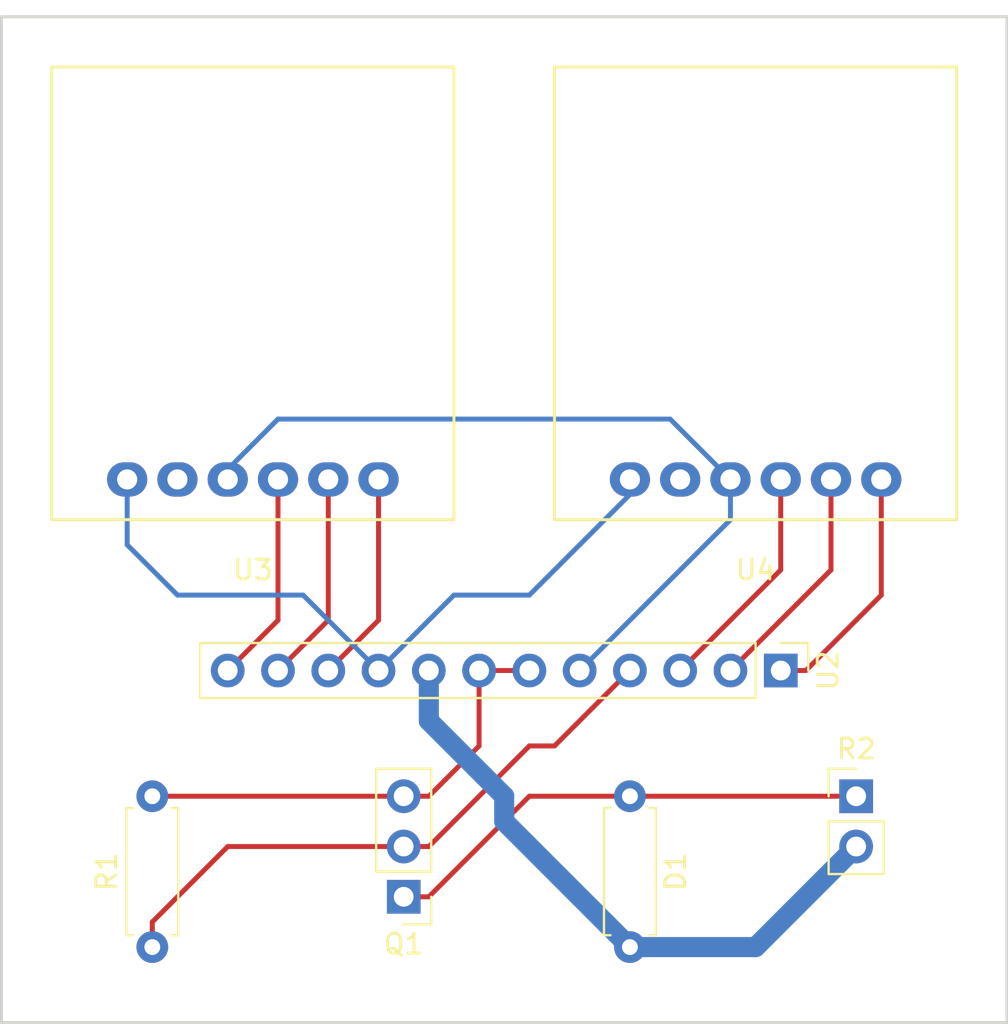
<source format=kicad_pcb>
(kicad_pcb (version 4) (host pcbnew 4.0.4-stable)

  (general
    (links 19)
    (no_connects 0)
    (area 153.594999 68.875 204.545001 120.725001)
    (thickness 1.6)
    (drawings 4)
    (tracks 49)
    (zones 0)
    (modules 7)
    (nets 15)
  )

  (page A4)
  (layers
    (0 F.Cu signal)
    (31 B.Cu signal)
    (32 B.Adhes user)
    (33 F.Adhes user)
    (34 B.Paste user)
    (35 F.Paste user)
    (36 B.SilkS user)
    (37 F.SilkS user)
    (38 B.Mask user)
    (39 F.Mask user)
    (40 Dwgs.User user)
    (41 Cmts.User user)
    (42 Eco1.User user)
    (43 Eco2.User user)
    (44 Edge.Cuts user)
    (45 Margin user)
    (46 B.CrtYd user)
    (47 F.CrtYd user)
    (48 B.Fab user)
    (49 F.Fab user)
  )

  (setup
    (last_trace_width 0.25)
    (trace_clearance 0.2)
    (zone_clearance 0.508)
    (zone_45_only no)
    (trace_min 0.2)
    (segment_width 0.2)
    (edge_width 0.15)
    (via_size 0.6)
    (via_drill 0.4)
    (via_min_size 0.4)
    (via_min_drill 0.3)
    (uvia_size 0.3)
    (uvia_drill 0.1)
    (uvias_allowed no)
    (uvia_min_size 0.2)
    (uvia_min_drill 0.1)
    (pcb_text_width 0.3)
    (pcb_text_size 1.5 1.5)
    (mod_edge_width 0.15)
    (mod_text_size 1 1)
    (mod_text_width 0.15)
    (pad_size 1.524 1.524)
    (pad_drill 0.762)
    (pad_to_mask_clearance 0.2)
    (aux_axis_origin 0 0)
    (visible_elements FFFFFF7F)
    (pcbplotparams
      (layerselection 0x00030_80000001)
      (usegerberextensions false)
      (excludeedgelayer true)
      (linewidth 0.100000)
      (plotframeref false)
      (viasonmask false)
      (mode 1)
      (useauxorigin false)
      (hpglpennumber 1)
      (hpglpenspeed 20)
      (hpglpendiameter 15)
      (hpglpenoverlay 2)
      (psnegative false)
      (psa4output false)
      (plotreference true)
      (plotvalue true)
      (plotinvisibletext false)
      (padsonsilk false)
      (subtractmaskfromsilk false)
      (outputformat 1)
      (mirror false)
      (drillshape 0)
      (scaleselection 1)
      (outputdirectory ""))
  )

  (net 0 "")
  (net 1 "Net-(D1-Pad2)")
  (net 2 "Net-(D1-Pad1)")
  (net 3 "Net-(Q1-Pad2)")
  (net 4 "Net-(Q1-Pad3)")
  (net 5 "Net-(U2-Pad13)")
  (net 6 "Net-(U2-Pad4)")
  (net 7 "Net-(U2-Pad5)")
  (net 8 "Net-(U2-Pad6)")
  (net 9 "Net-(U2-Pad10)")
  (net 10 "Net-(U2-Pad11)")
  (net 11 "Net-(U2-Pad12)")
  (net 12 "Net-(U2-Pad17)")
  (net 13 "Net-(U3-Pad2)")
  (net 14 "Net-(U4-Pad2)")

  (net_class Default "This is the default net class."
    (clearance 0.2)
    (trace_width 0.25)
    (via_dia 0.6)
    (via_drill 0.4)
    (uvia_dia 0.3)
    (uvia_drill 0.1)
    (add_net "Net-(D1-Pad1)")
    (add_net "Net-(Q1-Pad2)")
    (add_net "Net-(Q1-Pad3)")
    (add_net "Net-(U2-Pad10)")
    (add_net "Net-(U2-Pad11)")
    (add_net "Net-(U2-Pad12)")
    (add_net "Net-(U2-Pad13)")
    (add_net "Net-(U2-Pad17)")
    (add_net "Net-(U2-Pad4)")
    (add_net "Net-(U2-Pad5)")
    (add_net "Net-(U2-Pad6)")
    (add_net "Net-(U3-Pad2)")
    (add_net "Net-(U4-Pad2)")
  )

  (net_class 24V ""
    (clearance 0.2)
    (trace_width 1.016)
    (via_dia 0.6)
    (via_drill 0.4)
    (uvia_dia 0.3)
    (uvia_drill 0.1)
    (add_net "Net-(D1-Pad2)")
  )

  (module Resistors_ThroughHole:R_Axial_DIN0207_L6.3mm_D2.5mm_P7.62mm_Horizontal (layer F.Cu) (tedit 5874F706) (tstamp 58CB1A86)
    (at 185.42 109.22 270)
    (descr "Resistor, Axial_DIN0207 series, Axial, Horizontal, pin pitch=7.62mm, 0.25W = 1/4W, length*diameter=6.3*2.5mm^2, http://cdn-reichelt.de/documents/datenblatt/B400/1_4W%23YAG.pdf")
    (tags "Resistor Axial_DIN0207 series Axial Horizontal pin pitch 7.62mm 0.25W = 1/4W length 6.3mm diameter 2.5mm")
    (path /58409226)
    (fp_text reference D1 (at 3.81 -2.31 270) (layer F.SilkS)
      (effects (font (size 1 1) (thickness 0.15)))
    )
    (fp_text value D (at 3.81 2.31 270) (layer F.Fab)
      (effects (font (size 1 1) (thickness 0.15)))
    )
    (fp_line (start 0.66 -1.25) (end 0.66 1.25) (layer F.Fab) (width 0.1))
    (fp_line (start 0.66 1.25) (end 6.96 1.25) (layer F.Fab) (width 0.1))
    (fp_line (start 6.96 1.25) (end 6.96 -1.25) (layer F.Fab) (width 0.1))
    (fp_line (start 6.96 -1.25) (end 0.66 -1.25) (layer F.Fab) (width 0.1))
    (fp_line (start 0 0) (end 0.66 0) (layer F.Fab) (width 0.1))
    (fp_line (start 7.62 0) (end 6.96 0) (layer F.Fab) (width 0.1))
    (fp_line (start 0.6 -0.98) (end 0.6 -1.31) (layer F.SilkS) (width 0.12))
    (fp_line (start 0.6 -1.31) (end 7.02 -1.31) (layer F.SilkS) (width 0.12))
    (fp_line (start 7.02 -1.31) (end 7.02 -0.98) (layer F.SilkS) (width 0.12))
    (fp_line (start 0.6 0.98) (end 0.6 1.31) (layer F.SilkS) (width 0.12))
    (fp_line (start 0.6 1.31) (end 7.02 1.31) (layer F.SilkS) (width 0.12))
    (fp_line (start 7.02 1.31) (end 7.02 0.98) (layer F.SilkS) (width 0.12))
    (fp_line (start -1.05 -1.6) (end -1.05 1.6) (layer F.CrtYd) (width 0.05))
    (fp_line (start -1.05 1.6) (end 8.7 1.6) (layer F.CrtYd) (width 0.05))
    (fp_line (start 8.7 1.6) (end 8.7 -1.6) (layer F.CrtYd) (width 0.05))
    (fp_line (start 8.7 -1.6) (end -1.05 -1.6) (layer F.CrtYd) (width 0.05))
    (pad 1 thru_hole circle (at 0 0 270) (size 1.6 1.6) (drill 0.8) (layers *.Cu *.Mask)
      (net 2 "Net-(D1-Pad1)"))
    (pad 2 thru_hole oval (at 7.62 0 270) (size 1.6 1.6) (drill 0.8) (layers *.Cu *.Mask)
      (net 1 "Net-(D1-Pad2)"))
    (model Resistors_THT.3dshapes/R_Axial_DIN0207_L6.3mm_D2.5mm_P7.62mm_Horizontal.wrl
      (at (xyz 0 0 0))
      (scale (xyz 0.393701 0.393701 0.393701))
      (rotate (xyz 0 0 0))
    )
  )

  (module Pin_Headers:Pin_Header_Straight_1x03_Pitch2.54mm (layer F.Cu) (tedit 5862ED52) (tstamp 58CB1A8D)
    (at 173.99 114.3 180)
    (descr "Through hole straight pin header, 1x03, 2.54mm pitch, single row")
    (tags "Through hole pin header THT 1x03 2.54mm single row")
    (path /58409174)
    (fp_text reference Q1 (at 0 -2.39 180) (layer F.SilkS)
      (effects (font (size 1 1) (thickness 0.15)))
    )
    (fp_text value BC413 (at 0 7.47 180) (layer F.Fab)
      (effects (font (size 1 1) (thickness 0.15)))
    )
    (fp_line (start -1.27 -1.27) (end -1.27 6.35) (layer F.Fab) (width 0.1))
    (fp_line (start -1.27 6.35) (end 1.27 6.35) (layer F.Fab) (width 0.1))
    (fp_line (start 1.27 6.35) (end 1.27 -1.27) (layer F.Fab) (width 0.1))
    (fp_line (start 1.27 -1.27) (end -1.27 -1.27) (layer F.Fab) (width 0.1))
    (fp_line (start -1.39 1.27) (end -1.39 6.47) (layer F.SilkS) (width 0.12))
    (fp_line (start -1.39 6.47) (end 1.39 6.47) (layer F.SilkS) (width 0.12))
    (fp_line (start 1.39 6.47) (end 1.39 1.27) (layer F.SilkS) (width 0.12))
    (fp_line (start 1.39 1.27) (end -1.39 1.27) (layer F.SilkS) (width 0.12))
    (fp_line (start -1.39 0) (end -1.39 -1.39) (layer F.SilkS) (width 0.12))
    (fp_line (start -1.39 -1.39) (end 0 -1.39) (layer F.SilkS) (width 0.12))
    (fp_line (start -1.6 -1.6) (end -1.6 6.6) (layer F.CrtYd) (width 0.05))
    (fp_line (start -1.6 6.6) (end 1.6 6.6) (layer F.CrtYd) (width 0.05))
    (fp_line (start 1.6 6.6) (end 1.6 -1.6) (layer F.CrtYd) (width 0.05))
    (fp_line (start 1.6 -1.6) (end -1.6 -1.6) (layer F.CrtYd) (width 0.05))
    (pad 1 thru_hole rect (at 0 0 180) (size 1.7 1.7) (drill 1) (layers *.Cu *.Mask)
      (net 2 "Net-(D1-Pad1)"))
    (pad 2 thru_hole oval (at 0 2.54 180) (size 1.7 1.7) (drill 1) (layers *.Cu *.Mask)
      (net 3 "Net-(Q1-Pad2)"))
    (pad 3 thru_hole oval (at 0 5.08 180) (size 1.7 1.7) (drill 1) (layers *.Cu *.Mask)
      (net 4 "Net-(Q1-Pad3)"))
    (model Pin_Headers.3dshapes/Pin_Header_Straight_1x03_Pitch2.54mm.wrl
      (at (xyz 0 -0.1 0))
      (scale (xyz 1 1 1))
      (rotate (xyz 0 0 90))
    )
  )

  (module Resistors_ThroughHole:R_Axial_DIN0207_L6.3mm_D2.5mm_P7.62mm_Horizontal (layer F.Cu) (tedit 5874F706) (tstamp 58CB1A93)
    (at 161.29 116.84 90)
    (descr "Resistor, Axial_DIN0207 series, Axial, Horizontal, pin pitch=7.62mm, 0.25W = 1/4W, length*diameter=6.3*2.5mm^2, http://cdn-reichelt.de/documents/datenblatt/B400/1_4W%23YAG.pdf")
    (tags "Resistor Axial_DIN0207 series Axial Horizontal pin pitch 7.62mm 0.25W = 1/4W length 6.3mm diameter 2.5mm")
    (path /584099E6)
    (fp_text reference R1 (at 3.81 -2.31 90) (layer F.SilkS)
      (effects (font (size 1 1) (thickness 0.15)))
    )
    (fp_text value R (at 3.81 2.31 90) (layer F.Fab)
      (effects (font (size 1 1) (thickness 0.15)))
    )
    (fp_line (start 0.66 -1.25) (end 0.66 1.25) (layer F.Fab) (width 0.1))
    (fp_line (start 0.66 1.25) (end 6.96 1.25) (layer F.Fab) (width 0.1))
    (fp_line (start 6.96 1.25) (end 6.96 -1.25) (layer F.Fab) (width 0.1))
    (fp_line (start 6.96 -1.25) (end 0.66 -1.25) (layer F.Fab) (width 0.1))
    (fp_line (start 0 0) (end 0.66 0) (layer F.Fab) (width 0.1))
    (fp_line (start 7.62 0) (end 6.96 0) (layer F.Fab) (width 0.1))
    (fp_line (start 0.6 -0.98) (end 0.6 -1.31) (layer F.SilkS) (width 0.12))
    (fp_line (start 0.6 -1.31) (end 7.02 -1.31) (layer F.SilkS) (width 0.12))
    (fp_line (start 7.02 -1.31) (end 7.02 -0.98) (layer F.SilkS) (width 0.12))
    (fp_line (start 0.6 0.98) (end 0.6 1.31) (layer F.SilkS) (width 0.12))
    (fp_line (start 0.6 1.31) (end 7.02 1.31) (layer F.SilkS) (width 0.12))
    (fp_line (start 7.02 1.31) (end 7.02 0.98) (layer F.SilkS) (width 0.12))
    (fp_line (start -1.05 -1.6) (end -1.05 1.6) (layer F.CrtYd) (width 0.05))
    (fp_line (start -1.05 1.6) (end 8.7 1.6) (layer F.CrtYd) (width 0.05))
    (fp_line (start 8.7 1.6) (end 8.7 -1.6) (layer F.CrtYd) (width 0.05))
    (fp_line (start 8.7 -1.6) (end -1.05 -1.6) (layer F.CrtYd) (width 0.05))
    (pad 1 thru_hole circle (at 0 0 90) (size 1.6 1.6) (drill 0.8) (layers *.Cu *.Mask)
      (net 3 "Net-(Q1-Pad2)"))
    (pad 2 thru_hole oval (at 7.62 0 90) (size 1.6 1.6) (drill 0.8) (layers *.Cu *.Mask)
      (net 4 "Net-(Q1-Pad3)"))
    (model Resistors_THT.3dshapes/R_Axial_DIN0207_L6.3mm_D2.5mm_P7.62mm_Horizontal.wrl
      (at (xyz 0 0 0))
      (scale (xyz 0.393701 0.393701 0.393701))
      (rotate (xyz 0 0 0))
    )
  )

  (module Pin_Headers:Pin_Header_Straight_1x02_Pitch2.54mm (layer F.Cu) (tedit 5862ED52) (tstamp 58CB1A99)
    (at 196.85 109.22)
    (descr "Through hole straight pin header, 1x02, 2.54mm pitch, single row")
    (tags "Through hole pin header THT 1x02 2.54mm single row")
    (path /584091EE)
    (fp_text reference R2 (at 0 -2.39) (layer F.SilkS)
      (effects (font (size 1 1) (thickness 0.15)))
    )
    (fp_text value "Nichrome Wire" (at 0 4.93) (layer F.Fab)
      (effects (font (size 1 1) (thickness 0.15)))
    )
    (fp_line (start -1.27 -1.27) (end -1.27 3.81) (layer F.Fab) (width 0.1))
    (fp_line (start -1.27 3.81) (end 1.27 3.81) (layer F.Fab) (width 0.1))
    (fp_line (start 1.27 3.81) (end 1.27 -1.27) (layer F.Fab) (width 0.1))
    (fp_line (start 1.27 -1.27) (end -1.27 -1.27) (layer F.Fab) (width 0.1))
    (fp_line (start -1.39 1.27) (end -1.39 3.93) (layer F.SilkS) (width 0.12))
    (fp_line (start -1.39 3.93) (end 1.39 3.93) (layer F.SilkS) (width 0.12))
    (fp_line (start 1.39 3.93) (end 1.39 1.27) (layer F.SilkS) (width 0.12))
    (fp_line (start 1.39 1.27) (end -1.39 1.27) (layer F.SilkS) (width 0.12))
    (fp_line (start -1.39 0) (end -1.39 -1.39) (layer F.SilkS) (width 0.12))
    (fp_line (start -1.39 -1.39) (end 0 -1.39) (layer F.SilkS) (width 0.12))
    (fp_line (start -1.6 -1.6) (end -1.6 4.1) (layer F.CrtYd) (width 0.05))
    (fp_line (start -1.6 4.1) (end 1.6 4.1) (layer F.CrtYd) (width 0.05))
    (fp_line (start 1.6 4.1) (end 1.6 -1.6) (layer F.CrtYd) (width 0.05))
    (fp_line (start 1.6 -1.6) (end -1.6 -1.6) (layer F.CrtYd) (width 0.05))
    (pad 1 thru_hole rect (at 0 0) (size 1.7 1.7) (drill 1) (layers *.Cu *.Mask)
      (net 2 "Net-(D1-Pad1)"))
    (pad 2 thru_hole oval (at 0 2.54) (size 1.7 1.7) (drill 1) (layers *.Cu *.Mask)
      (net 1 "Net-(D1-Pad2)"))
    (model Pin_Headers.3dshapes/Pin_Header_Straight_1x02_Pitch2.54mm.wrl
      (at (xyz 0 -0.05 0))
      (scale (xyz 1 1 1))
      (rotate (xyz 0 0 90))
    )
  )

  (module PCR:thermo_amp (layer F.Cu) (tedit 58CB1844) (tstamp 58CB1AB7)
    (at 166.37 83.82)
    (path /58C20272)
    (fp_text reference U3 (at 0 13.97) (layer F.SilkS)
      (effects (font (size 1 1) (thickness 0.15)))
    )
    (fp_text value Amplifier (at 0 -13.97) (layer F.Fab)
      (effects (font (size 1 1) (thickness 0.15)))
    )
    (fp_line (start -10.16 -11.43) (end 10.16 -11.43) (layer F.SilkS) (width 0.15))
    (fp_line (start 10.16 -11.43) (end 10.16 11.43) (layer F.SilkS) (width 0.15))
    (fp_line (start 10.16 11.43) (end -10.16 11.43) (layer F.SilkS) (width 0.15))
    (fp_line (start -10.16 11.43) (end -10.16 -11.43) (layer F.SilkS) (width 0.15))
    (pad 6 thru_hole oval (at 6.35 9.398) (size 2.032 1.7272) (drill 1.016) (layers *.Cu *.Mask)
      (net 9 "Net-(U2-Pad10)"))
    (pad 5 thru_hole oval (at 3.81 9.398) (size 2.032 1.7272) (drill 1.016) (layers *.Cu *.Mask)
      (net 10 "Net-(U2-Pad11)"))
    (pad 4 thru_hole oval (at 1.27 9.398) (size 2.032 1.7272) (drill 1.016) (layers *.Cu *.Mask)
      (net 11 "Net-(U2-Pad12)"))
    (pad 3 thru_hole oval (at -1.27 9.398) (size 2.032 1.7272) (drill 1.016) (layers *.Cu *.Mask)
      (net 12 "Net-(U2-Pad17)"))
    (pad 2 thru_hole oval (at -3.81 9.398) (size 2.032 1.7272) (drill 1.016) (layers *.Cu *.Mask)
      (net 13 "Net-(U3-Pad2)"))
    (pad 1 thru_hole oval (at -6.35 9.398) (size 2.032 1.7272) (drill 1.016) (layers *.Cu *.Mask)
      (net 5 "Net-(U2-Pad13)"))
  )

  (module PCR:thermo_amp (layer F.Cu) (tedit 58CB1844) (tstamp 58CB1AC5)
    (at 191.77 83.82)
    (path /58C20290)
    (fp_text reference U4 (at 0 13.97) (layer F.SilkS)
      (effects (font (size 1 1) (thickness 0.15)))
    )
    (fp_text value Amplifier (at 0 -13.97) (layer F.Fab)
      (effects (font (size 1 1) (thickness 0.15)))
    )
    (fp_line (start -10.16 -11.43) (end 10.16 -11.43) (layer F.SilkS) (width 0.15))
    (fp_line (start 10.16 -11.43) (end 10.16 11.43) (layer F.SilkS) (width 0.15))
    (fp_line (start 10.16 11.43) (end -10.16 11.43) (layer F.SilkS) (width 0.15))
    (fp_line (start -10.16 11.43) (end -10.16 -11.43) (layer F.SilkS) (width 0.15))
    (pad 6 thru_hole oval (at 6.35 9.398) (size 2.032 1.7272) (drill 1.016) (layers *.Cu *.Mask)
      (net 6 "Net-(U2-Pad4)"))
    (pad 5 thru_hole oval (at 3.81 9.398) (size 2.032 1.7272) (drill 1.016) (layers *.Cu *.Mask)
      (net 7 "Net-(U2-Pad5)"))
    (pad 4 thru_hole oval (at 1.27 9.398) (size 2.032 1.7272) (drill 1.016) (layers *.Cu *.Mask)
      (net 8 "Net-(U2-Pad6)"))
    (pad 3 thru_hole oval (at -1.27 9.398) (size 2.032 1.7272) (drill 1.016) (layers *.Cu *.Mask)
      (net 12 "Net-(U2-Pad17)"))
    (pad 2 thru_hole oval (at -3.81 9.398) (size 2.032 1.7272) (drill 1.016) (layers *.Cu *.Mask)
      (net 14 "Net-(U4-Pad2)"))
    (pad 1 thru_hole oval (at -6.35 9.398) (size 2.032 1.7272) (drill 1.016) (layers *.Cu *.Mask)
      (net 5 "Net-(U2-Pad13)"))
  )

  (module PCR:arduino_pin_header (layer F.Cu) (tedit 58CB1CBA) (tstamp 58CB1D4B)
    (at 193.04 102.87 270)
    (descr "Through hole straight pin header, 1x12, 2.54mm pitch, single row")
    (tags "Through hole pin header THT 1x12 2.54mm single row")
    (path /58C090EE)
    (fp_text reference U2 (at 0 -2.39 270) (layer F.SilkS)
      (effects (font (size 1 1) (thickness 0.15)))
    )
    (fp_text value Arduino (at 0 30.33 270) (layer F.Fab)
      (effects (font (size 1 1) (thickness 0.15)))
    )
    (fp_line (start -1.27 -1.27) (end -1.27 29.21) (layer F.Fab) (width 0.1))
    (fp_line (start -1.27 29.21) (end 1.27 29.21) (layer F.Fab) (width 0.1))
    (fp_line (start 1.27 29.21) (end 1.27 -1.27) (layer F.Fab) (width 0.1))
    (fp_line (start 1.27 -1.27) (end -1.27 -1.27) (layer F.Fab) (width 0.1))
    (fp_line (start -1.39 1.27) (end -1.39 29.33) (layer F.SilkS) (width 0.12))
    (fp_line (start -1.39 29.33) (end 1.39 29.33) (layer F.SilkS) (width 0.12))
    (fp_line (start 1.39 29.33) (end 1.39 1.27) (layer F.SilkS) (width 0.12))
    (fp_line (start 1.39 1.27) (end -1.39 1.27) (layer F.SilkS) (width 0.12))
    (fp_line (start -1.39 0) (end -1.39 -1.39) (layer F.SilkS) (width 0.12))
    (fp_line (start -1.39 -1.39) (end 0 -1.39) (layer F.SilkS) (width 0.12))
    (fp_line (start -1.6 -1.6) (end -1.6 29.5) (layer F.CrtYd) (width 0.05))
    (fp_line (start -1.6 29.5) (end 1.6 29.5) (layer F.CrtYd) (width 0.05))
    (fp_line (start 1.6 29.5) (end 1.6 -1.6) (layer F.CrtYd) (width 0.05))
    (fp_line (start 1.6 -1.6) (end -1.6 -1.6) (layer F.CrtYd) (width 0.05))
    (pad 4 thru_hole rect (at 0 0 270) (size 1.7 1.7) (drill 1) (layers *.Cu *.Mask)
      (net 6 "Net-(U2-Pad4)"))
    (pad 5 thru_hole oval (at 0 2.54 270) (size 1.7 1.7) (drill 1) (layers *.Cu *.Mask)
      (net 7 "Net-(U2-Pad5)"))
    (pad 6 thru_hole oval (at 0 5.08 270) (size 1.7 1.7) (drill 1) (layers *.Cu *.Mask)
      (net 8 "Net-(U2-Pad6)"))
    (pad 3 thru_hole oval (at 0 7.62 270) (size 1.7 1.7) (drill 1) (layers *.Cu *.Mask)
      (net 3 "Net-(Q1-Pad2)"))
    (pad 17 thru_hole oval (at 0 10.16 270) (size 1.7 1.7) (drill 1) (layers *.Cu *.Mask)
      (net 12 "Net-(U2-Pad17)"))
    (pad 16 thru_hole oval (at 0 12.7 270) (size 1.7 1.7) (drill 1) (layers *.Cu *.Mask)
      (net 4 "Net-(Q1-Pad3)"))
    (pad 15 thru_hole oval (at 0 15.24 270) (size 1.7 1.7) (drill 1) (layers *.Cu *.Mask)
      (net 4 "Net-(Q1-Pad3)"))
    (pad 14 thru_hole oval (at 0 17.78 270) (size 1.7 1.7) (drill 1) (layers *.Cu *.Mask)
      (net 1 "Net-(D1-Pad2)"))
    (pad 13 thru_hole oval (at 0 20.32 270) (size 1.7 1.7) (drill 1) (layers *.Cu *.Mask)
      (net 5 "Net-(U2-Pad13)"))
    (pad 10 thru_hole oval (at 0 22.86 270) (size 1.7 1.7) (drill 1) (layers *.Cu *.Mask)
      (net 9 "Net-(U2-Pad10)"))
    (pad 11 thru_hole oval (at 0 25.4 270) (size 1.7 1.7) (drill 1) (layers *.Cu *.Mask)
      (net 10 "Net-(U2-Pad11)"))
    (pad 12 thru_hole oval (at 0 27.94 270) (size 1.7 1.7) (drill 1) (layers *.Cu *.Mask)
      (net 11 "Net-(U2-Pad12)"))
    (model Pin_Headers.3dshapes/Pin_Header_Straight_1x12_Pitch2.54mm.wrl
      (at (xyz 0 -0.55 0))
      (scale (xyz 1 1 1))
      (rotate (xyz 0 0 90))
    )
  )

  (gr_line (start 153.67 120.65) (end 153.67 69.85) (angle 90) (layer Edge.Cuts) (width 0.15))
  (gr_line (start 204.47 120.65) (end 153.67 120.65) (angle 90) (layer Edge.Cuts) (width 0.15))
  (gr_line (start 204.47 69.85) (end 204.47 120.65) (angle 90) (layer Edge.Cuts) (width 0.15))
  (gr_line (start 153.67 69.85) (end 204.47 69.85) (angle 90) (layer Edge.Cuts) (width 0.15))

  (segment (start 185.42 116.84) (end 191.77 116.84) (width 1.016) (layer B.Cu) (net 1) (status 400000))
  (segment (start 191.77 116.84) (end 196.85 111.76) (width 1.016) (layer B.Cu) (net 1) (tstamp 58CB267F) (status 800000))
  (segment (start 175.26 102.87) (end 175.26 105.41) (width 1.016) (layer B.Cu) (net 1) (status 400000))
  (segment (start 175.26 105.41) (end 179.07 109.22) (width 1.016) (layer B.Cu) (net 1) (tstamp 58CB2662))
  (segment (start 179.07 109.22) (end 179.07 110.49) (width 1.016) (layer B.Cu) (net 1) (tstamp 58CB2672))
  (segment (start 179.07 110.49) (end 185.42 116.84) (width 1.016) (layer B.Cu) (net 1) (tstamp 58CB267B) (status 800000))
  (segment (start 173.99 114.3) (end 175.26 114.3) (width 0.25) (layer F.Cu) (net 2) (status 400000))
  (segment (start 180.34 109.22) (end 185.42 109.22) (width 0.25) (layer F.Cu) (net 2) (tstamp 58CB2600) (status 800000))
  (segment (start 175.26 114.3) (end 180.34 109.22) (width 0.25) (layer F.Cu) (net 2) (tstamp 58CB25F9))
  (segment (start 196.85 109.22) (end 185.42 109.22) (width 0.25) (layer F.Cu) (net 2) (status C00000))
  (segment (start 173.99 111.76) (end 175.26 111.76) (width 0.25) (layer F.Cu) (net 3) (status 400000))
  (segment (start 181.61 106.68) (end 185.42 102.87) (width 0.25) (layer F.Cu) (net 3) (tstamp 58CB2615) (status 800000))
  (segment (start 180.34 106.68) (end 181.61 106.68) (width 0.25) (layer F.Cu) (net 3) (tstamp 58CB260E))
  (segment (start 175.26 111.76) (end 180.34 106.68) (width 0.25) (layer F.Cu) (net 3) (tstamp 58CB260A))
  (segment (start 161.29 116.84) (end 161.29 115.57) (width 0.25) (layer F.Cu) (net 3) (status 400000))
  (segment (start 165.1 111.76) (end 173.99 111.76) (width 0.25) (layer F.Cu) (net 3) (tstamp 58CB2585) (status 800000))
  (segment (start 161.29 115.57) (end 165.1 111.76) (width 0.25) (layer F.Cu) (net 3) (tstamp 58CB2577))
  (segment (start 177.8 102.87) (end 180.34 102.87) (width 0.25) (layer F.Cu) (net 4) (status C00000))
  (segment (start 173.99 109.22) (end 175.26 109.22) (width 0.25) (layer F.Cu) (net 4) (status 400000))
  (segment (start 177.8 106.68) (end 177.8 102.87) (width 0.25) (layer F.Cu) (net 4) (tstamp 58CB25A5) (status 800000))
  (segment (start 175.26 109.22) (end 177.8 106.68) (width 0.25) (layer F.Cu) (net 4) (tstamp 58CB259A))
  (segment (start 161.29 109.22) (end 173.99 109.22) (width 0.25) (layer F.Cu) (net 4) (status C00000))
  (segment (start 172.72 102.87) (end 176.53 99.06) (width 0.25) (layer B.Cu) (net 5) (status 400000))
  (segment (start 180.34 99.06) (end 185.42 93.98) (width 0.25) (layer B.Cu) (net 5) (tstamp 58CB265A) (status 800000))
  (segment (start 176.53 99.06) (end 180.34 99.06) (width 0.25) (layer B.Cu) (net 5) (tstamp 58CB2658))
  (segment (start 185.42 93.98) (end 185.42 93.218) (width 0.25) (layer B.Cu) (net 5) (tstamp 58CB265C) (status C00000))
  (segment (start 160.02 93.218) (end 160.02 96.52) (width 0.25) (layer B.Cu) (net 5) (status 400000))
  (segment (start 168.91 99.06) (end 172.72 102.87) (width 0.25) (layer B.Cu) (net 5) (tstamp 58CB2654) (status 800000))
  (segment (start 162.56 99.06) (end 168.91 99.06) (width 0.25) (layer B.Cu) (net 5) (tstamp 58CB264E))
  (segment (start 160.02 96.52) (end 162.56 99.06) (width 0.25) (layer B.Cu) (net 5) (tstamp 58CB2640))
  (segment (start 193.04 102.87) (end 194.31 102.87) (width 0.25) (layer F.Cu) (net 6))
  (segment (start 198.12 99.06) (end 198.12 93.218) (width 0.25) (layer F.Cu) (net 6) (tstamp 58CB2509))
  (segment (start 194.31 102.87) (end 198.12 99.06) (width 0.25) (layer F.Cu) (net 6) (tstamp 58CB2502))
  (segment (start 190.5 102.87) (end 195.58 97.79) (width 0.25) (layer F.Cu) (net 7))
  (segment (start 195.58 97.79) (end 195.58 93.218) (width 0.25) (layer F.Cu) (net 7) (tstamp 58CB250D))
  (segment (start 187.96 102.87) (end 193.04 97.79) (width 0.25) (layer F.Cu) (net 8))
  (segment (start 193.04 97.79) (end 193.04 93.218) (width 0.25) (layer F.Cu) (net 8) (tstamp 58CB2512))
  (segment (start 170.18 102.87) (end 172.72 100.33) (width 0.25) (layer F.Cu) (net 9) (status 400000))
  (segment (start 172.72 100.33) (end 172.72 93.218) (width 0.25) (layer F.Cu) (net 9) (tstamp 58CB254D) (status 800000))
  (segment (start 167.64 102.87) (end 170.18 100.33) (width 0.25) (layer F.Cu) (net 10) (status 400000))
  (segment (start 170.18 100.33) (end 170.18 93.218) (width 0.25) (layer F.Cu) (net 10) (tstamp 58CB2553) (status 800000))
  (segment (start 165.1 102.87) (end 167.64 100.33) (width 0.25) (layer F.Cu) (net 11) (status 400000))
  (segment (start 167.64 100.33) (end 167.64 93.218) (width 0.25) (layer F.Cu) (net 11) (tstamp 58CB2562) (status 800000))
  (segment (start 190.5 93.218) (end 190.5 95.25) (width 0.25) (layer B.Cu) (net 12) (status 400000))
  (segment (start 190.5 95.25) (end 182.88 102.87) (width 0.25) (layer B.Cu) (net 12) (tstamp 58CB2639) (status 800000))
  (segment (start 165.1 93.218) (end 165.1 92.71) (width 0.25) (layer B.Cu) (net 12) (status C00000))
  (segment (start 165.1 92.71) (end 167.64 90.17) (width 0.25) (layer B.Cu) (net 12) (tstamp 58CB262B) (status 400000))
  (segment (start 167.64 90.17) (end 187.452 90.17) (width 0.25) (layer B.Cu) (net 12) (tstamp 58CB262E))
  (segment (start 187.452 90.17) (end 190.5 93.218) (width 0.25) (layer B.Cu) (net 12) (tstamp 58CB2632) (status 800000))

)

</source>
